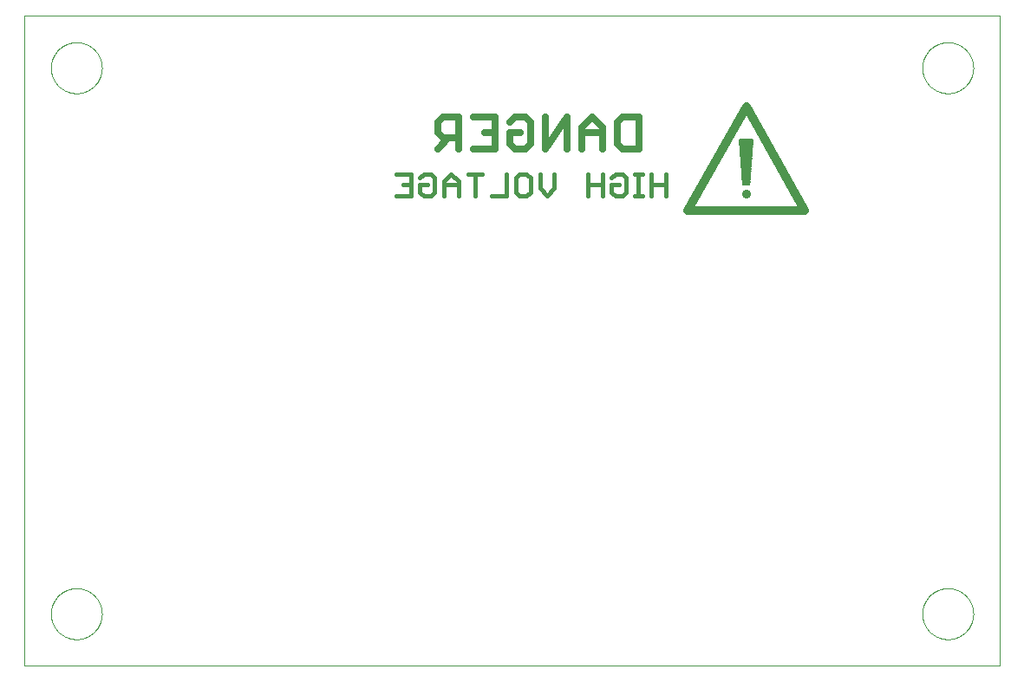
<source format=gbo>
G75*
%MOIN*%
%OFA0B0*%
%FSLAX25Y25*%
%IPPOS*%
%LPD*%
%AMOC8*
5,1,8,0,0,1.08239X$1,22.5*
%
%ADD10C,0.00000*%
%ADD11C,0.03200*%
%ADD12C,0.03535*%
%ADD13C,0.01600*%
%ADD14C,0.02700*%
%ADD15C,0.00500*%
D10*
X0011528Y0028933D02*
X0011528Y0278933D01*
X0386528Y0278933D01*
X0386528Y0028933D01*
X0011528Y0028933D01*
X0021728Y0048933D02*
X0021731Y0049174D01*
X0021740Y0049414D01*
X0021755Y0049654D01*
X0021775Y0049894D01*
X0021802Y0050133D01*
X0021834Y0050371D01*
X0021872Y0050608D01*
X0021916Y0050845D01*
X0021966Y0051080D01*
X0022022Y0051314D01*
X0022083Y0051547D01*
X0022150Y0051778D01*
X0022223Y0052007D01*
X0022301Y0052235D01*
X0022385Y0052460D01*
X0022474Y0052683D01*
X0022569Y0052904D01*
X0022669Y0053123D01*
X0022774Y0053339D01*
X0022885Y0053553D01*
X0023001Y0053763D01*
X0023122Y0053971D01*
X0023248Y0054176D01*
X0023380Y0054378D01*
X0023516Y0054576D01*
X0023657Y0054771D01*
X0023802Y0054962D01*
X0023952Y0055150D01*
X0024107Y0055334D01*
X0024267Y0055514D01*
X0024430Y0055690D01*
X0024598Y0055863D01*
X0024771Y0056031D01*
X0024947Y0056194D01*
X0025127Y0056354D01*
X0025311Y0056509D01*
X0025499Y0056659D01*
X0025690Y0056804D01*
X0025885Y0056945D01*
X0026083Y0057081D01*
X0026285Y0057213D01*
X0026490Y0057339D01*
X0026698Y0057460D01*
X0026908Y0057576D01*
X0027122Y0057687D01*
X0027338Y0057792D01*
X0027557Y0057892D01*
X0027778Y0057987D01*
X0028001Y0058076D01*
X0028226Y0058160D01*
X0028454Y0058238D01*
X0028683Y0058311D01*
X0028914Y0058378D01*
X0029147Y0058439D01*
X0029381Y0058495D01*
X0029616Y0058545D01*
X0029853Y0058589D01*
X0030090Y0058627D01*
X0030328Y0058659D01*
X0030567Y0058686D01*
X0030807Y0058706D01*
X0031047Y0058721D01*
X0031287Y0058730D01*
X0031528Y0058733D01*
X0031769Y0058730D01*
X0032009Y0058721D01*
X0032249Y0058706D01*
X0032489Y0058686D01*
X0032728Y0058659D01*
X0032966Y0058627D01*
X0033203Y0058589D01*
X0033440Y0058545D01*
X0033675Y0058495D01*
X0033909Y0058439D01*
X0034142Y0058378D01*
X0034373Y0058311D01*
X0034602Y0058238D01*
X0034830Y0058160D01*
X0035055Y0058076D01*
X0035278Y0057987D01*
X0035499Y0057892D01*
X0035718Y0057792D01*
X0035934Y0057687D01*
X0036148Y0057576D01*
X0036358Y0057460D01*
X0036566Y0057339D01*
X0036771Y0057213D01*
X0036973Y0057081D01*
X0037171Y0056945D01*
X0037366Y0056804D01*
X0037557Y0056659D01*
X0037745Y0056509D01*
X0037929Y0056354D01*
X0038109Y0056194D01*
X0038285Y0056031D01*
X0038458Y0055863D01*
X0038626Y0055690D01*
X0038789Y0055514D01*
X0038949Y0055334D01*
X0039104Y0055150D01*
X0039254Y0054962D01*
X0039399Y0054771D01*
X0039540Y0054576D01*
X0039676Y0054378D01*
X0039808Y0054176D01*
X0039934Y0053971D01*
X0040055Y0053763D01*
X0040171Y0053553D01*
X0040282Y0053339D01*
X0040387Y0053123D01*
X0040487Y0052904D01*
X0040582Y0052683D01*
X0040671Y0052460D01*
X0040755Y0052235D01*
X0040833Y0052007D01*
X0040906Y0051778D01*
X0040973Y0051547D01*
X0041034Y0051314D01*
X0041090Y0051080D01*
X0041140Y0050845D01*
X0041184Y0050608D01*
X0041222Y0050371D01*
X0041254Y0050133D01*
X0041281Y0049894D01*
X0041301Y0049654D01*
X0041316Y0049414D01*
X0041325Y0049174D01*
X0041328Y0048933D01*
X0041325Y0048692D01*
X0041316Y0048452D01*
X0041301Y0048212D01*
X0041281Y0047972D01*
X0041254Y0047733D01*
X0041222Y0047495D01*
X0041184Y0047258D01*
X0041140Y0047021D01*
X0041090Y0046786D01*
X0041034Y0046552D01*
X0040973Y0046319D01*
X0040906Y0046088D01*
X0040833Y0045859D01*
X0040755Y0045631D01*
X0040671Y0045406D01*
X0040582Y0045183D01*
X0040487Y0044962D01*
X0040387Y0044743D01*
X0040282Y0044527D01*
X0040171Y0044313D01*
X0040055Y0044103D01*
X0039934Y0043895D01*
X0039808Y0043690D01*
X0039676Y0043488D01*
X0039540Y0043290D01*
X0039399Y0043095D01*
X0039254Y0042904D01*
X0039104Y0042716D01*
X0038949Y0042532D01*
X0038789Y0042352D01*
X0038626Y0042176D01*
X0038458Y0042003D01*
X0038285Y0041835D01*
X0038109Y0041672D01*
X0037929Y0041512D01*
X0037745Y0041357D01*
X0037557Y0041207D01*
X0037366Y0041062D01*
X0037171Y0040921D01*
X0036973Y0040785D01*
X0036771Y0040653D01*
X0036566Y0040527D01*
X0036358Y0040406D01*
X0036148Y0040290D01*
X0035934Y0040179D01*
X0035718Y0040074D01*
X0035499Y0039974D01*
X0035278Y0039879D01*
X0035055Y0039790D01*
X0034830Y0039706D01*
X0034602Y0039628D01*
X0034373Y0039555D01*
X0034142Y0039488D01*
X0033909Y0039427D01*
X0033675Y0039371D01*
X0033440Y0039321D01*
X0033203Y0039277D01*
X0032966Y0039239D01*
X0032728Y0039207D01*
X0032489Y0039180D01*
X0032249Y0039160D01*
X0032009Y0039145D01*
X0031769Y0039136D01*
X0031528Y0039133D01*
X0031287Y0039136D01*
X0031047Y0039145D01*
X0030807Y0039160D01*
X0030567Y0039180D01*
X0030328Y0039207D01*
X0030090Y0039239D01*
X0029853Y0039277D01*
X0029616Y0039321D01*
X0029381Y0039371D01*
X0029147Y0039427D01*
X0028914Y0039488D01*
X0028683Y0039555D01*
X0028454Y0039628D01*
X0028226Y0039706D01*
X0028001Y0039790D01*
X0027778Y0039879D01*
X0027557Y0039974D01*
X0027338Y0040074D01*
X0027122Y0040179D01*
X0026908Y0040290D01*
X0026698Y0040406D01*
X0026490Y0040527D01*
X0026285Y0040653D01*
X0026083Y0040785D01*
X0025885Y0040921D01*
X0025690Y0041062D01*
X0025499Y0041207D01*
X0025311Y0041357D01*
X0025127Y0041512D01*
X0024947Y0041672D01*
X0024771Y0041835D01*
X0024598Y0042003D01*
X0024430Y0042176D01*
X0024267Y0042352D01*
X0024107Y0042532D01*
X0023952Y0042716D01*
X0023802Y0042904D01*
X0023657Y0043095D01*
X0023516Y0043290D01*
X0023380Y0043488D01*
X0023248Y0043690D01*
X0023122Y0043895D01*
X0023001Y0044103D01*
X0022885Y0044313D01*
X0022774Y0044527D01*
X0022669Y0044743D01*
X0022569Y0044962D01*
X0022474Y0045183D01*
X0022385Y0045406D01*
X0022301Y0045631D01*
X0022223Y0045859D01*
X0022150Y0046088D01*
X0022083Y0046319D01*
X0022022Y0046552D01*
X0021966Y0046786D01*
X0021916Y0047021D01*
X0021872Y0047258D01*
X0021834Y0047495D01*
X0021802Y0047733D01*
X0021775Y0047972D01*
X0021755Y0048212D01*
X0021740Y0048452D01*
X0021731Y0048692D01*
X0021728Y0048933D01*
X0021728Y0258933D02*
X0021731Y0259174D01*
X0021740Y0259414D01*
X0021755Y0259654D01*
X0021775Y0259894D01*
X0021802Y0260133D01*
X0021834Y0260371D01*
X0021872Y0260608D01*
X0021916Y0260845D01*
X0021966Y0261080D01*
X0022022Y0261314D01*
X0022083Y0261547D01*
X0022150Y0261778D01*
X0022223Y0262007D01*
X0022301Y0262235D01*
X0022385Y0262460D01*
X0022474Y0262683D01*
X0022569Y0262904D01*
X0022669Y0263123D01*
X0022774Y0263339D01*
X0022885Y0263553D01*
X0023001Y0263763D01*
X0023122Y0263971D01*
X0023248Y0264176D01*
X0023380Y0264378D01*
X0023516Y0264576D01*
X0023657Y0264771D01*
X0023802Y0264962D01*
X0023952Y0265150D01*
X0024107Y0265334D01*
X0024267Y0265514D01*
X0024430Y0265690D01*
X0024598Y0265863D01*
X0024771Y0266031D01*
X0024947Y0266194D01*
X0025127Y0266354D01*
X0025311Y0266509D01*
X0025499Y0266659D01*
X0025690Y0266804D01*
X0025885Y0266945D01*
X0026083Y0267081D01*
X0026285Y0267213D01*
X0026490Y0267339D01*
X0026698Y0267460D01*
X0026908Y0267576D01*
X0027122Y0267687D01*
X0027338Y0267792D01*
X0027557Y0267892D01*
X0027778Y0267987D01*
X0028001Y0268076D01*
X0028226Y0268160D01*
X0028454Y0268238D01*
X0028683Y0268311D01*
X0028914Y0268378D01*
X0029147Y0268439D01*
X0029381Y0268495D01*
X0029616Y0268545D01*
X0029853Y0268589D01*
X0030090Y0268627D01*
X0030328Y0268659D01*
X0030567Y0268686D01*
X0030807Y0268706D01*
X0031047Y0268721D01*
X0031287Y0268730D01*
X0031528Y0268733D01*
X0031769Y0268730D01*
X0032009Y0268721D01*
X0032249Y0268706D01*
X0032489Y0268686D01*
X0032728Y0268659D01*
X0032966Y0268627D01*
X0033203Y0268589D01*
X0033440Y0268545D01*
X0033675Y0268495D01*
X0033909Y0268439D01*
X0034142Y0268378D01*
X0034373Y0268311D01*
X0034602Y0268238D01*
X0034830Y0268160D01*
X0035055Y0268076D01*
X0035278Y0267987D01*
X0035499Y0267892D01*
X0035718Y0267792D01*
X0035934Y0267687D01*
X0036148Y0267576D01*
X0036358Y0267460D01*
X0036566Y0267339D01*
X0036771Y0267213D01*
X0036973Y0267081D01*
X0037171Y0266945D01*
X0037366Y0266804D01*
X0037557Y0266659D01*
X0037745Y0266509D01*
X0037929Y0266354D01*
X0038109Y0266194D01*
X0038285Y0266031D01*
X0038458Y0265863D01*
X0038626Y0265690D01*
X0038789Y0265514D01*
X0038949Y0265334D01*
X0039104Y0265150D01*
X0039254Y0264962D01*
X0039399Y0264771D01*
X0039540Y0264576D01*
X0039676Y0264378D01*
X0039808Y0264176D01*
X0039934Y0263971D01*
X0040055Y0263763D01*
X0040171Y0263553D01*
X0040282Y0263339D01*
X0040387Y0263123D01*
X0040487Y0262904D01*
X0040582Y0262683D01*
X0040671Y0262460D01*
X0040755Y0262235D01*
X0040833Y0262007D01*
X0040906Y0261778D01*
X0040973Y0261547D01*
X0041034Y0261314D01*
X0041090Y0261080D01*
X0041140Y0260845D01*
X0041184Y0260608D01*
X0041222Y0260371D01*
X0041254Y0260133D01*
X0041281Y0259894D01*
X0041301Y0259654D01*
X0041316Y0259414D01*
X0041325Y0259174D01*
X0041328Y0258933D01*
X0041325Y0258692D01*
X0041316Y0258452D01*
X0041301Y0258212D01*
X0041281Y0257972D01*
X0041254Y0257733D01*
X0041222Y0257495D01*
X0041184Y0257258D01*
X0041140Y0257021D01*
X0041090Y0256786D01*
X0041034Y0256552D01*
X0040973Y0256319D01*
X0040906Y0256088D01*
X0040833Y0255859D01*
X0040755Y0255631D01*
X0040671Y0255406D01*
X0040582Y0255183D01*
X0040487Y0254962D01*
X0040387Y0254743D01*
X0040282Y0254527D01*
X0040171Y0254313D01*
X0040055Y0254103D01*
X0039934Y0253895D01*
X0039808Y0253690D01*
X0039676Y0253488D01*
X0039540Y0253290D01*
X0039399Y0253095D01*
X0039254Y0252904D01*
X0039104Y0252716D01*
X0038949Y0252532D01*
X0038789Y0252352D01*
X0038626Y0252176D01*
X0038458Y0252003D01*
X0038285Y0251835D01*
X0038109Y0251672D01*
X0037929Y0251512D01*
X0037745Y0251357D01*
X0037557Y0251207D01*
X0037366Y0251062D01*
X0037171Y0250921D01*
X0036973Y0250785D01*
X0036771Y0250653D01*
X0036566Y0250527D01*
X0036358Y0250406D01*
X0036148Y0250290D01*
X0035934Y0250179D01*
X0035718Y0250074D01*
X0035499Y0249974D01*
X0035278Y0249879D01*
X0035055Y0249790D01*
X0034830Y0249706D01*
X0034602Y0249628D01*
X0034373Y0249555D01*
X0034142Y0249488D01*
X0033909Y0249427D01*
X0033675Y0249371D01*
X0033440Y0249321D01*
X0033203Y0249277D01*
X0032966Y0249239D01*
X0032728Y0249207D01*
X0032489Y0249180D01*
X0032249Y0249160D01*
X0032009Y0249145D01*
X0031769Y0249136D01*
X0031528Y0249133D01*
X0031287Y0249136D01*
X0031047Y0249145D01*
X0030807Y0249160D01*
X0030567Y0249180D01*
X0030328Y0249207D01*
X0030090Y0249239D01*
X0029853Y0249277D01*
X0029616Y0249321D01*
X0029381Y0249371D01*
X0029147Y0249427D01*
X0028914Y0249488D01*
X0028683Y0249555D01*
X0028454Y0249628D01*
X0028226Y0249706D01*
X0028001Y0249790D01*
X0027778Y0249879D01*
X0027557Y0249974D01*
X0027338Y0250074D01*
X0027122Y0250179D01*
X0026908Y0250290D01*
X0026698Y0250406D01*
X0026490Y0250527D01*
X0026285Y0250653D01*
X0026083Y0250785D01*
X0025885Y0250921D01*
X0025690Y0251062D01*
X0025499Y0251207D01*
X0025311Y0251357D01*
X0025127Y0251512D01*
X0024947Y0251672D01*
X0024771Y0251835D01*
X0024598Y0252003D01*
X0024430Y0252176D01*
X0024267Y0252352D01*
X0024107Y0252532D01*
X0023952Y0252716D01*
X0023802Y0252904D01*
X0023657Y0253095D01*
X0023516Y0253290D01*
X0023380Y0253488D01*
X0023248Y0253690D01*
X0023122Y0253895D01*
X0023001Y0254103D01*
X0022885Y0254313D01*
X0022774Y0254527D01*
X0022669Y0254743D01*
X0022569Y0254962D01*
X0022474Y0255183D01*
X0022385Y0255406D01*
X0022301Y0255631D01*
X0022223Y0255859D01*
X0022150Y0256088D01*
X0022083Y0256319D01*
X0022022Y0256552D01*
X0021966Y0256786D01*
X0021916Y0257021D01*
X0021872Y0257258D01*
X0021834Y0257495D01*
X0021802Y0257733D01*
X0021775Y0257972D01*
X0021755Y0258212D01*
X0021740Y0258452D01*
X0021731Y0258692D01*
X0021728Y0258933D01*
X0356728Y0258933D02*
X0356731Y0259174D01*
X0356740Y0259414D01*
X0356755Y0259654D01*
X0356775Y0259894D01*
X0356802Y0260133D01*
X0356834Y0260371D01*
X0356872Y0260608D01*
X0356916Y0260845D01*
X0356966Y0261080D01*
X0357022Y0261314D01*
X0357083Y0261547D01*
X0357150Y0261778D01*
X0357223Y0262007D01*
X0357301Y0262235D01*
X0357385Y0262460D01*
X0357474Y0262683D01*
X0357569Y0262904D01*
X0357669Y0263123D01*
X0357774Y0263339D01*
X0357885Y0263553D01*
X0358001Y0263763D01*
X0358122Y0263971D01*
X0358248Y0264176D01*
X0358380Y0264378D01*
X0358516Y0264576D01*
X0358657Y0264771D01*
X0358802Y0264962D01*
X0358952Y0265150D01*
X0359107Y0265334D01*
X0359267Y0265514D01*
X0359430Y0265690D01*
X0359598Y0265863D01*
X0359771Y0266031D01*
X0359947Y0266194D01*
X0360127Y0266354D01*
X0360311Y0266509D01*
X0360499Y0266659D01*
X0360690Y0266804D01*
X0360885Y0266945D01*
X0361083Y0267081D01*
X0361285Y0267213D01*
X0361490Y0267339D01*
X0361698Y0267460D01*
X0361908Y0267576D01*
X0362122Y0267687D01*
X0362338Y0267792D01*
X0362557Y0267892D01*
X0362778Y0267987D01*
X0363001Y0268076D01*
X0363226Y0268160D01*
X0363454Y0268238D01*
X0363683Y0268311D01*
X0363914Y0268378D01*
X0364147Y0268439D01*
X0364381Y0268495D01*
X0364616Y0268545D01*
X0364853Y0268589D01*
X0365090Y0268627D01*
X0365328Y0268659D01*
X0365567Y0268686D01*
X0365807Y0268706D01*
X0366047Y0268721D01*
X0366287Y0268730D01*
X0366528Y0268733D01*
X0366769Y0268730D01*
X0367009Y0268721D01*
X0367249Y0268706D01*
X0367489Y0268686D01*
X0367728Y0268659D01*
X0367966Y0268627D01*
X0368203Y0268589D01*
X0368440Y0268545D01*
X0368675Y0268495D01*
X0368909Y0268439D01*
X0369142Y0268378D01*
X0369373Y0268311D01*
X0369602Y0268238D01*
X0369830Y0268160D01*
X0370055Y0268076D01*
X0370278Y0267987D01*
X0370499Y0267892D01*
X0370718Y0267792D01*
X0370934Y0267687D01*
X0371148Y0267576D01*
X0371358Y0267460D01*
X0371566Y0267339D01*
X0371771Y0267213D01*
X0371973Y0267081D01*
X0372171Y0266945D01*
X0372366Y0266804D01*
X0372557Y0266659D01*
X0372745Y0266509D01*
X0372929Y0266354D01*
X0373109Y0266194D01*
X0373285Y0266031D01*
X0373458Y0265863D01*
X0373626Y0265690D01*
X0373789Y0265514D01*
X0373949Y0265334D01*
X0374104Y0265150D01*
X0374254Y0264962D01*
X0374399Y0264771D01*
X0374540Y0264576D01*
X0374676Y0264378D01*
X0374808Y0264176D01*
X0374934Y0263971D01*
X0375055Y0263763D01*
X0375171Y0263553D01*
X0375282Y0263339D01*
X0375387Y0263123D01*
X0375487Y0262904D01*
X0375582Y0262683D01*
X0375671Y0262460D01*
X0375755Y0262235D01*
X0375833Y0262007D01*
X0375906Y0261778D01*
X0375973Y0261547D01*
X0376034Y0261314D01*
X0376090Y0261080D01*
X0376140Y0260845D01*
X0376184Y0260608D01*
X0376222Y0260371D01*
X0376254Y0260133D01*
X0376281Y0259894D01*
X0376301Y0259654D01*
X0376316Y0259414D01*
X0376325Y0259174D01*
X0376328Y0258933D01*
X0376325Y0258692D01*
X0376316Y0258452D01*
X0376301Y0258212D01*
X0376281Y0257972D01*
X0376254Y0257733D01*
X0376222Y0257495D01*
X0376184Y0257258D01*
X0376140Y0257021D01*
X0376090Y0256786D01*
X0376034Y0256552D01*
X0375973Y0256319D01*
X0375906Y0256088D01*
X0375833Y0255859D01*
X0375755Y0255631D01*
X0375671Y0255406D01*
X0375582Y0255183D01*
X0375487Y0254962D01*
X0375387Y0254743D01*
X0375282Y0254527D01*
X0375171Y0254313D01*
X0375055Y0254103D01*
X0374934Y0253895D01*
X0374808Y0253690D01*
X0374676Y0253488D01*
X0374540Y0253290D01*
X0374399Y0253095D01*
X0374254Y0252904D01*
X0374104Y0252716D01*
X0373949Y0252532D01*
X0373789Y0252352D01*
X0373626Y0252176D01*
X0373458Y0252003D01*
X0373285Y0251835D01*
X0373109Y0251672D01*
X0372929Y0251512D01*
X0372745Y0251357D01*
X0372557Y0251207D01*
X0372366Y0251062D01*
X0372171Y0250921D01*
X0371973Y0250785D01*
X0371771Y0250653D01*
X0371566Y0250527D01*
X0371358Y0250406D01*
X0371148Y0250290D01*
X0370934Y0250179D01*
X0370718Y0250074D01*
X0370499Y0249974D01*
X0370278Y0249879D01*
X0370055Y0249790D01*
X0369830Y0249706D01*
X0369602Y0249628D01*
X0369373Y0249555D01*
X0369142Y0249488D01*
X0368909Y0249427D01*
X0368675Y0249371D01*
X0368440Y0249321D01*
X0368203Y0249277D01*
X0367966Y0249239D01*
X0367728Y0249207D01*
X0367489Y0249180D01*
X0367249Y0249160D01*
X0367009Y0249145D01*
X0366769Y0249136D01*
X0366528Y0249133D01*
X0366287Y0249136D01*
X0366047Y0249145D01*
X0365807Y0249160D01*
X0365567Y0249180D01*
X0365328Y0249207D01*
X0365090Y0249239D01*
X0364853Y0249277D01*
X0364616Y0249321D01*
X0364381Y0249371D01*
X0364147Y0249427D01*
X0363914Y0249488D01*
X0363683Y0249555D01*
X0363454Y0249628D01*
X0363226Y0249706D01*
X0363001Y0249790D01*
X0362778Y0249879D01*
X0362557Y0249974D01*
X0362338Y0250074D01*
X0362122Y0250179D01*
X0361908Y0250290D01*
X0361698Y0250406D01*
X0361490Y0250527D01*
X0361285Y0250653D01*
X0361083Y0250785D01*
X0360885Y0250921D01*
X0360690Y0251062D01*
X0360499Y0251207D01*
X0360311Y0251357D01*
X0360127Y0251512D01*
X0359947Y0251672D01*
X0359771Y0251835D01*
X0359598Y0252003D01*
X0359430Y0252176D01*
X0359267Y0252352D01*
X0359107Y0252532D01*
X0358952Y0252716D01*
X0358802Y0252904D01*
X0358657Y0253095D01*
X0358516Y0253290D01*
X0358380Y0253488D01*
X0358248Y0253690D01*
X0358122Y0253895D01*
X0358001Y0254103D01*
X0357885Y0254313D01*
X0357774Y0254527D01*
X0357669Y0254743D01*
X0357569Y0254962D01*
X0357474Y0255183D01*
X0357385Y0255406D01*
X0357301Y0255631D01*
X0357223Y0255859D01*
X0357150Y0256088D01*
X0357083Y0256319D01*
X0357022Y0256552D01*
X0356966Y0256786D01*
X0356916Y0257021D01*
X0356872Y0257258D01*
X0356834Y0257495D01*
X0356802Y0257733D01*
X0356775Y0257972D01*
X0356755Y0258212D01*
X0356740Y0258452D01*
X0356731Y0258692D01*
X0356728Y0258933D01*
X0356728Y0048933D02*
X0356731Y0049174D01*
X0356740Y0049414D01*
X0356755Y0049654D01*
X0356775Y0049894D01*
X0356802Y0050133D01*
X0356834Y0050371D01*
X0356872Y0050608D01*
X0356916Y0050845D01*
X0356966Y0051080D01*
X0357022Y0051314D01*
X0357083Y0051547D01*
X0357150Y0051778D01*
X0357223Y0052007D01*
X0357301Y0052235D01*
X0357385Y0052460D01*
X0357474Y0052683D01*
X0357569Y0052904D01*
X0357669Y0053123D01*
X0357774Y0053339D01*
X0357885Y0053553D01*
X0358001Y0053763D01*
X0358122Y0053971D01*
X0358248Y0054176D01*
X0358380Y0054378D01*
X0358516Y0054576D01*
X0358657Y0054771D01*
X0358802Y0054962D01*
X0358952Y0055150D01*
X0359107Y0055334D01*
X0359267Y0055514D01*
X0359430Y0055690D01*
X0359598Y0055863D01*
X0359771Y0056031D01*
X0359947Y0056194D01*
X0360127Y0056354D01*
X0360311Y0056509D01*
X0360499Y0056659D01*
X0360690Y0056804D01*
X0360885Y0056945D01*
X0361083Y0057081D01*
X0361285Y0057213D01*
X0361490Y0057339D01*
X0361698Y0057460D01*
X0361908Y0057576D01*
X0362122Y0057687D01*
X0362338Y0057792D01*
X0362557Y0057892D01*
X0362778Y0057987D01*
X0363001Y0058076D01*
X0363226Y0058160D01*
X0363454Y0058238D01*
X0363683Y0058311D01*
X0363914Y0058378D01*
X0364147Y0058439D01*
X0364381Y0058495D01*
X0364616Y0058545D01*
X0364853Y0058589D01*
X0365090Y0058627D01*
X0365328Y0058659D01*
X0365567Y0058686D01*
X0365807Y0058706D01*
X0366047Y0058721D01*
X0366287Y0058730D01*
X0366528Y0058733D01*
X0366769Y0058730D01*
X0367009Y0058721D01*
X0367249Y0058706D01*
X0367489Y0058686D01*
X0367728Y0058659D01*
X0367966Y0058627D01*
X0368203Y0058589D01*
X0368440Y0058545D01*
X0368675Y0058495D01*
X0368909Y0058439D01*
X0369142Y0058378D01*
X0369373Y0058311D01*
X0369602Y0058238D01*
X0369830Y0058160D01*
X0370055Y0058076D01*
X0370278Y0057987D01*
X0370499Y0057892D01*
X0370718Y0057792D01*
X0370934Y0057687D01*
X0371148Y0057576D01*
X0371358Y0057460D01*
X0371566Y0057339D01*
X0371771Y0057213D01*
X0371973Y0057081D01*
X0372171Y0056945D01*
X0372366Y0056804D01*
X0372557Y0056659D01*
X0372745Y0056509D01*
X0372929Y0056354D01*
X0373109Y0056194D01*
X0373285Y0056031D01*
X0373458Y0055863D01*
X0373626Y0055690D01*
X0373789Y0055514D01*
X0373949Y0055334D01*
X0374104Y0055150D01*
X0374254Y0054962D01*
X0374399Y0054771D01*
X0374540Y0054576D01*
X0374676Y0054378D01*
X0374808Y0054176D01*
X0374934Y0053971D01*
X0375055Y0053763D01*
X0375171Y0053553D01*
X0375282Y0053339D01*
X0375387Y0053123D01*
X0375487Y0052904D01*
X0375582Y0052683D01*
X0375671Y0052460D01*
X0375755Y0052235D01*
X0375833Y0052007D01*
X0375906Y0051778D01*
X0375973Y0051547D01*
X0376034Y0051314D01*
X0376090Y0051080D01*
X0376140Y0050845D01*
X0376184Y0050608D01*
X0376222Y0050371D01*
X0376254Y0050133D01*
X0376281Y0049894D01*
X0376301Y0049654D01*
X0376316Y0049414D01*
X0376325Y0049174D01*
X0376328Y0048933D01*
X0376325Y0048692D01*
X0376316Y0048452D01*
X0376301Y0048212D01*
X0376281Y0047972D01*
X0376254Y0047733D01*
X0376222Y0047495D01*
X0376184Y0047258D01*
X0376140Y0047021D01*
X0376090Y0046786D01*
X0376034Y0046552D01*
X0375973Y0046319D01*
X0375906Y0046088D01*
X0375833Y0045859D01*
X0375755Y0045631D01*
X0375671Y0045406D01*
X0375582Y0045183D01*
X0375487Y0044962D01*
X0375387Y0044743D01*
X0375282Y0044527D01*
X0375171Y0044313D01*
X0375055Y0044103D01*
X0374934Y0043895D01*
X0374808Y0043690D01*
X0374676Y0043488D01*
X0374540Y0043290D01*
X0374399Y0043095D01*
X0374254Y0042904D01*
X0374104Y0042716D01*
X0373949Y0042532D01*
X0373789Y0042352D01*
X0373626Y0042176D01*
X0373458Y0042003D01*
X0373285Y0041835D01*
X0373109Y0041672D01*
X0372929Y0041512D01*
X0372745Y0041357D01*
X0372557Y0041207D01*
X0372366Y0041062D01*
X0372171Y0040921D01*
X0371973Y0040785D01*
X0371771Y0040653D01*
X0371566Y0040527D01*
X0371358Y0040406D01*
X0371148Y0040290D01*
X0370934Y0040179D01*
X0370718Y0040074D01*
X0370499Y0039974D01*
X0370278Y0039879D01*
X0370055Y0039790D01*
X0369830Y0039706D01*
X0369602Y0039628D01*
X0369373Y0039555D01*
X0369142Y0039488D01*
X0368909Y0039427D01*
X0368675Y0039371D01*
X0368440Y0039321D01*
X0368203Y0039277D01*
X0367966Y0039239D01*
X0367728Y0039207D01*
X0367489Y0039180D01*
X0367249Y0039160D01*
X0367009Y0039145D01*
X0366769Y0039136D01*
X0366528Y0039133D01*
X0366287Y0039136D01*
X0366047Y0039145D01*
X0365807Y0039160D01*
X0365567Y0039180D01*
X0365328Y0039207D01*
X0365090Y0039239D01*
X0364853Y0039277D01*
X0364616Y0039321D01*
X0364381Y0039371D01*
X0364147Y0039427D01*
X0363914Y0039488D01*
X0363683Y0039555D01*
X0363454Y0039628D01*
X0363226Y0039706D01*
X0363001Y0039790D01*
X0362778Y0039879D01*
X0362557Y0039974D01*
X0362338Y0040074D01*
X0362122Y0040179D01*
X0361908Y0040290D01*
X0361698Y0040406D01*
X0361490Y0040527D01*
X0361285Y0040653D01*
X0361083Y0040785D01*
X0360885Y0040921D01*
X0360690Y0041062D01*
X0360499Y0041207D01*
X0360311Y0041357D01*
X0360127Y0041512D01*
X0359947Y0041672D01*
X0359771Y0041835D01*
X0359598Y0042003D01*
X0359430Y0042176D01*
X0359267Y0042352D01*
X0359107Y0042532D01*
X0358952Y0042716D01*
X0358802Y0042904D01*
X0358657Y0043095D01*
X0358516Y0043290D01*
X0358380Y0043488D01*
X0358248Y0043690D01*
X0358122Y0043895D01*
X0358001Y0044103D01*
X0357885Y0044313D01*
X0357774Y0044527D01*
X0357669Y0044743D01*
X0357569Y0044962D01*
X0357474Y0045183D01*
X0357385Y0045406D01*
X0357301Y0045631D01*
X0357223Y0045859D01*
X0357150Y0046088D01*
X0357083Y0046319D01*
X0357022Y0046552D01*
X0356966Y0046786D01*
X0356916Y0047021D01*
X0356872Y0047258D01*
X0356834Y0047495D01*
X0356802Y0047733D01*
X0356775Y0047972D01*
X0356755Y0048212D01*
X0356740Y0048452D01*
X0356731Y0048692D01*
X0356728Y0048933D01*
D11*
X0311528Y0203933D02*
X0266528Y0203933D01*
X0289028Y0243933D01*
X0311528Y0203933D01*
D12*
X0289028Y0210183D03*
D13*
X0258228Y0209733D02*
X0258228Y0218140D01*
X0258228Y0213937D02*
X0252624Y0213937D01*
X0252624Y0218140D02*
X0252624Y0209733D01*
X0249020Y0209733D02*
X0246218Y0209733D01*
X0247619Y0209733D02*
X0247619Y0218140D01*
X0249020Y0218140D02*
X0246218Y0218140D01*
X0242882Y0216739D02*
X0242882Y0211134D01*
X0241481Y0209733D01*
X0238678Y0209733D01*
X0237277Y0211134D01*
X0237277Y0213937D01*
X0240080Y0213937D01*
X0242882Y0216739D02*
X0241481Y0218140D01*
X0238678Y0218140D01*
X0237277Y0216739D01*
X0233674Y0218140D02*
X0233674Y0209733D01*
X0228069Y0209733D02*
X0228069Y0218140D01*
X0228069Y0213937D02*
X0233674Y0213937D01*
X0215258Y0212535D02*
X0212456Y0209733D01*
X0209654Y0212535D01*
X0209654Y0218140D01*
X0206050Y0216739D02*
X0206050Y0211134D01*
X0204649Y0209733D01*
X0201847Y0209733D01*
X0200446Y0211134D01*
X0200446Y0216739D01*
X0201847Y0218140D01*
X0204649Y0218140D01*
X0206050Y0216739D01*
X0215258Y0218140D02*
X0215258Y0212535D01*
X0196843Y0209733D02*
X0191238Y0209733D01*
X0196843Y0209733D02*
X0196843Y0218140D01*
X0187635Y0218140D02*
X0182030Y0218140D01*
X0184832Y0218140D02*
X0184832Y0209733D01*
X0178427Y0209733D02*
X0178427Y0215338D01*
X0175624Y0218140D01*
X0172822Y0215338D01*
X0172822Y0209733D01*
X0169219Y0211134D02*
X0167818Y0209733D01*
X0165015Y0209733D01*
X0163614Y0211134D01*
X0163614Y0213937D01*
X0166417Y0213937D01*
X0169219Y0216739D02*
X0167818Y0218140D01*
X0165015Y0218140D01*
X0163614Y0216739D01*
X0160011Y0218140D02*
X0160011Y0209733D01*
X0154406Y0209733D01*
X0157209Y0213937D02*
X0160011Y0213937D01*
X0160011Y0218140D02*
X0154406Y0218140D01*
X0169219Y0216739D02*
X0169219Y0211134D01*
X0172822Y0213937D02*
X0178427Y0213937D01*
D14*
X0178619Y0227783D02*
X0178619Y0240094D01*
X0172464Y0240094D01*
X0170412Y0238042D01*
X0170412Y0233938D01*
X0172464Y0231887D01*
X0178619Y0231887D01*
X0174516Y0231887D02*
X0170412Y0227783D01*
X0184224Y0227783D02*
X0192431Y0227783D01*
X0192431Y0240094D01*
X0184224Y0240094D01*
X0188328Y0233938D02*
X0192431Y0233938D01*
X0198036Y0233938D02*
X0198036Y0229835D01*
X0200088Y0227783D01*
X0204191Y0227783D01*
X0206243Y0229835D01*
X0206243Y0238042D01*
X0204191Y0240094D01*
X0200088Y0240094D01*
X0198036Y0238042D01*
X0198036Y0233938D02*
X0202139Y0233938D01*
X0211848Y0227783D02*
X0211848Y0240094D01*
X0220055Y0240094D02*
X0211848Y0227783D01*
X0220055Y0227783D02*
X0220055Y0240094D01*
X0225660Y0235990D02*
X0225660Y0227783D01*
X0225660Y0233938D02*
X0233867Y0233938D01*
X0233867Y0235990D02*
X0229763Y0240094D01*
X0225660Y0235990D01*
X0233867Y0235990D02*
X0233867Y0227783D01*
X0239471Y0229835D02*
X0239471Y0238042D01*
X0241523Y0240094D01*
X0247678Y0240094D01*
X0247678Y0227783D01*
X0241523Y0227783D01*
X0239471Y0229835D01*
D15*
X0286528Y0231433D02*
X0287778Y0213933D01*
X0290278Y0213933D01*
X0291528Y0231433D01*
X0286528Y0231433D01*
X0286536Y0231329D02*
X0291521Y0231329D01*
X0291485Y0230830D02*
X0286571Y0230830D01*
X0286607Y0230332D02*
X0291450Y0230332D01*
X0291414Y0229833D02*
X0286643Y0229833D01*
X0286678Y0229335D02*
X0291378Y0229335D01*
X0291343Y0228836D02*
X0286714Y0228836D01*
X0286749Y0228338D02*
X0291307Y0228338D01*
X0291272Y0227839D02*
X0286785Y0227839D01*
X0286821Y0227341D02*
X0291236Y0227341D01*
X0291200Y0226842D02*
X0286856Y0226842D01*
X0286892Y0226344D02*
X0291165Y0226344D01*
X0291129Y0225845D02*
X0286927Y0225845D01*
X0286963Y0225347D02*
X0291094Y0225347D01*
X0291058Y0224848D02*
X0286999Y0224848D01*
X0287034Y0224350D02*
X0291022Y0224350D01*
X0290987Y0223851D02*
X0287070Y0223851D01*
X0287106Y0223352D02*
X0290951Y0223352D01*
X0290916Y0222854D02*
X0287141Y0222854D01*
X0287177Y0222355D02*
X0290880Y0222355D01*
X0290844Y0221857D02*
X0287212Y0221857D01*
X0287248Y0221358D02*
X0290809Y0221358D01*
X0290773Y0220860D02*
X0287284Y0220860D01*
X0287319Y0220361D02*
X0290738Y0220361D01*
X0290702Y0219863D02*
X0287355Y0219863D01*
X0287390Y0219364D02*
X0290666Y0219364D01*
X0290631Y0218866D02*
X0287426Y0218866D01*
X0287462Y0218367D02*
X0290595Y0218367D01*
X0290559Y0217869D02*
X0287497Y0217869D01*
X0287533Y0217370D02*
X0290524Y0217370D01*
X0290488Y0216872D02*
X0287568Y0216872D01*
X0287604Y0216373D02*
X0290453Y0216373D01*
X0290417Y0215875D02*
X0287640Y0215875D01*
X0287675Y0215376D02*
X0290381Y0215376D01*
X0290346Y0214878D02*
X0287711Y0214878D01*
X0287746Y0214379D02*
X0290310Y0214379D01*
M02*

</source>
